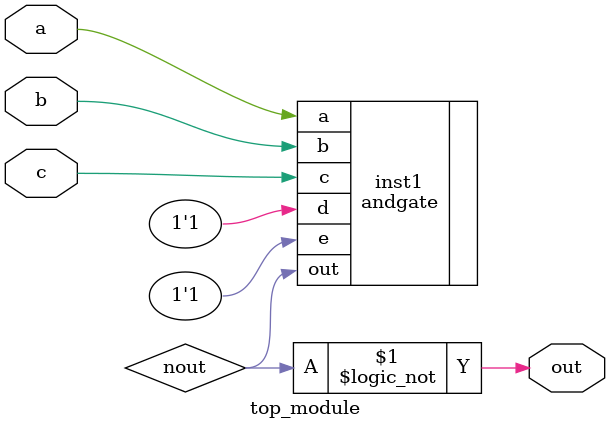
<source format=v>
/*
This three-input NAND gate doesn't work. Fix the bug(s).


module top_module (input a, input b, input c, output out);//

    andgate inst1 ( a, b, c, out );

endmodule

You must use the provided 5-input AND gate:

module andgate ( output out, input a, input b, input c, input d, input e );
*/


module top_module (input a, input b, input c, output out);//

    wire nout;
    andgate inst1 ( .out(nout), .a(a), .b(b), .c(c), .d(1'd1), .e(1'd1)); 

    assign out = !nout;

endmodule
</source>
